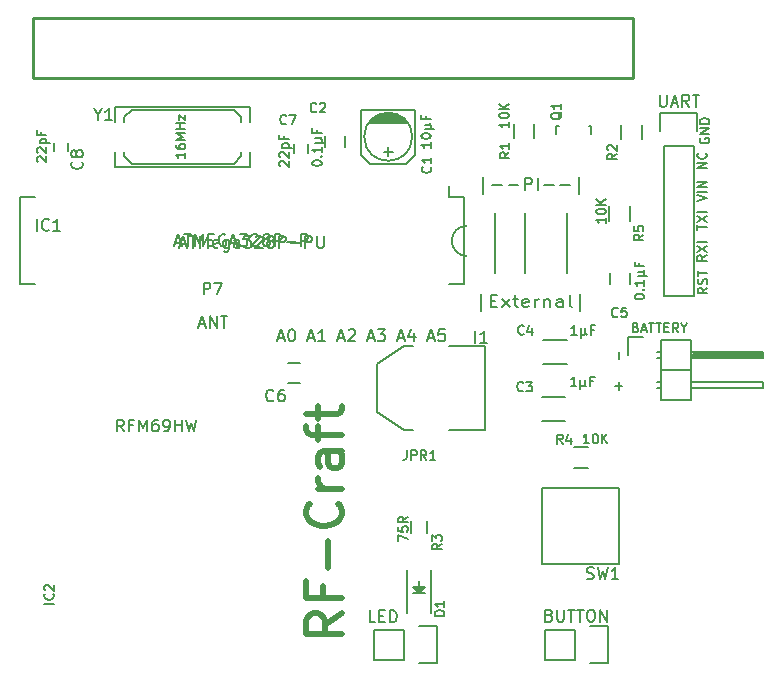
<source format=gbr>
G04 #@! TF.FileFunction,Legend,Top*
%FSLAX46Y46*%
G04 Gerber Fmt 4.6, Leading zero omitted, Abs format (unit mm)*
G04 Created by KiCad (PCBNEW 4.0.2-4+6225~38~ubuntu14.04.1-stable) date Fri 06 May 2016 01:00:32 BST*
%MOMM*%
G01*
G04 APERTURE LIST*
%ADD10C,0.100000*%
%ADD11C,0.150000*%
%ADD12C,0.200000*%
%ADD13C,0.500000*%
%ADD14C,0.254000*%
%ADD15C,0.160000*%
G04 APERTURE END LIST*
D10*
D11*
X130397619Y-81961905D02*
X129940476Y-81961905D01*
X130169047Y-81961905D02*
X130169047Y-81161905D01*
X130092857Y-81276190D01*
X130016666Y-81352381D01*
X129940476Y-81390476D01*
X130892857Y-81161905D02*
X130969048Y-81161905D01*
X131045238Y-81200000D01*
X131083333Y-81238095D01*
X131121429Y-81314286D01*
X131159524Y-81466667D01*
X131159524Y-81657143D01*
X131121429Y-81809524D01*
X131083333Y-81885714D01*
X131045238Y-81923810D01*
X130969048Y-81961905D01*
X130892857Y-81961905D01*
X130816667Y-81923810D01*
X130778571Y-81885714D01*
X130740476Y-81809524D01*
X130702381Y-81657143D01*
X130702381Y-81466667D01*
X130740476Y-81314286D01*
X130778571Y-81238095D01*
X130816667Y-81200000D01*
X130892857Y-81161905D01*
X131502381Y-81961905D02*
X131502381Y-81161905D01*
X131959524Y-81961905D02*
X131616667Y-81504762D01*
X131959524Y-81161905D02*
X131502381Y-81619048D01*
X91011905Y-80952381D02*
X90678571Y-80476190D01*
X90440476Y-80952381D02*
X90440476Y-79952381D01*
X90821429Y-79952381D01*
X90916667Y-80000000D01*
X90964286Y-80047619D01*
X91011905Y-80142857D01*
X91011905Y-80285714D01*
X90964286Y-80380952D01*
X90916667Y-80428571D01*
X90821429Y-80476190D01*
X90440476Y-80476190D01*
X91773810Y-80428571D02*
X91440476Y-80428571D01*
X91440476Y-80952381D02*
X91440476Y-79952381D01*
X91916667Y-79952381D01*
X92297619Y-80952381D02*
X92297619Y-79952381D01*
X92630953Y-80666667D01*
X92964286Y-79952381D01*
X92964286Y-80952381D01*
X93869048Y-79952381D02*
X93678571Y-79952381D01*
X93583333Y-80000000D01*
X93535714Y-80047619D01*
X93440476Y-80190476D01*
X93392857Y-80380952D01*
X93392857Y-80761905D01*
X93440476Y-80857143D01*
X93488095Y-80904762D01*
X93583333Y-80952381D01*
X93773810Y-80952381D01*
X93869048Y-80904762D01*
X93916667Y-80857143D01*
X93964286Y-80761905D01*
X93964286Y-80523810D01*
X93916667Y-80428571D01*
X93869048Y-80380952D01*
X93773810Y-80333333D01*
X93583333Y-80333333D01*
X93488095Y-80380952D01*
X93440476Y-80428571D01*
X93392857Y-80523810D01*
X94440476Y-80952381D02*
X94630952Y-80952381D01*
X94726191Y-80904762D01*
X94773810Y-80857143D01*
X94869048Y-80714286D01*
X94916667Y-80523810D01*
X94916667Y-80142857D01*
X94869048Y-80047619D01*
X94821429Y-80000000D01*
X94726191Y-79952381D01*
X94535714Y-79952381D01*
X94440476Y-80000000D01*
X94392857Y-80047619D01*
X94345238Y-80142857D01*
X94345238Y-80380952D01*
X94392857Y-80476190D01*
X94440476Y-80523810D01*
X94535714Y-80571429D01*
X94726191Y-80571429D01*
X94821429Y-80523810D01*
X94869048Y-80476190D01*
X94916667Y-80380952D01*
X95345238Y-80952381D02*
X95345238Y-79952381D01*
X95345238Y-80428571D02*
X95916667Y-80428571D01*
X95916667Y-80952381D02*
X95916667Y-79952381D01*
X96297619Y-79952381D02*
X96535714Y-80952381D01*
X96726191Y-80238095D01*
X96916667Y-80952381D01*
X97154762Y-79952381D01*
X114261905Y-90247619D02*
X114261905Y-89714286D01*
X115061905Y-90057143D01*
X114261905Y-89028571D02*
X114261905Y-89409524D01*
X114642857Y-89447619D01*
X114604762Y-89409524D01*
X114566667Y-89333333D01*
X114566667Y-89142857D01*
X114604762Y-89066667D01*
X114642857Y-89028571D01*
X114719048Y-88990476D01*
X114909524Y-88990476D01*
X114985714Y-89028571D01*
X115023810Y-89066667D01*
X115061905Y-89142857D01*
X115061905Y-89333333D01*
X115023810Y-89409524D01*
X114985714Y-89447619D01*
X115061905Y-88190476D02*
X114680952Y-88457143D01*
X115061905Y-88647619D02*
X114261905Y-88647619D01*
X114261905Y-88342857D01*
X114300000Y-88266666D01*
X114338095Y-88228571D01*
X114414286Y-88190476D01*
X114528571Y-88190476D01*
X114604762Y-88228571D01*
X114642857Y-88266666D01*
X114680952Y-88342857D01*
X114680952Y-88647619D01*
D12*
X97407143Y-71866667D02*
X97883334Y-71866667D01*
X97311905Y-72152381D02*
X97645238Y-71152381D01*
X97978572Y-72152381D01*
X98311905Y-72152381D02*
X98311905Y-71152381D01*
X98883334Y-72152381D01*
X98883334Y-71152381D01*
X99216667Y-71152381D02*
X99788096Y-71152381D01*
X99502381Y-72152381D02*
X99502381Y-71152381D01*
D11*
X129316667Y-77111905D02*
X128859524Y-77111905D01*
X129088095Y-77111905D02*
X129088095Y-76311905D01*
X129011905Y-76426190D01*
X128935714Y-76502381D01*
X128859524Y-76540476D01*
X129659524Y-76578571D02*
X129659524Y-77378571D01*
X130040477Y-76997619D02*
X130078572Y-77073810D01*
X130154762Y-77111905D01*
X129659524Y-76997619D02*
X129697619Y-77073810D01*
X129773810Y-77111905D01*
X129926191Y-77111905D01*
X130002381Y-77073810D01*
X130040477Y-76997619D01*
X130040477Y-76578571D01*
X130764286Y-76692857D02*
X130497619Y-76692857D01*
X130497619Y-77111905D02*
X130497619Y-76311905D01*
X130878572Y-76311905D01*
X129366667Y-72761905D02*
X128909524Y-72761905D01*
X129138095Y-72761905D02*
X129138095Y-71961905D01*
X129061905Y-72076190D01*
X128985714Y-72152381D01*
X128909524Y-72190476D01*
X129709524Y-72228571D02*
X129709524Y-73028571D01*
X130090477Y-72647619D02*
X130128572Y-72723810D01*
X130204762Y-72761905D01*
X129709524Y-72647619D02*
X129747619Y-72723810D01*
X129823810Y-72761905D01*
X129976191Y-72761905D01*
X130052381Y-72723810D01*
X130090477Y-72647619D01*
X130090477Y-72228571D01*
X130814286Y-72342857D02*
X130547619Y-72342857D01*
X130547619Y-72761905D02*
X130547619Y-71961905D01*
X130928572Y-71961905D01*
D12*
X121221430Y-70735714D02*
X121221430Y-69307143D01*
X122078572Y-69878571D02*
X122478572Y-69878571D01*
X122650001Y-70402381D02*
X122078572Y-70402381D01*
X122078572Y-69402381D01*
X122650001Y-69402381D01*
X123050001Y-70402381D02*
X123678572Y-69735714D01*
X123050001Y-69735714D02*
X123678572Y-70402381D01*
X123964287Y-69735714D02*
X124421430Y-69735714D01*
X124135715Y-69402381D02*
X124135715Y-70259524D01*
X124192858Y-70354762D01*
X124307144Y-70402381D01*
X124421430Y-70402381D01*
X125278572Y-70354762D02*
X125164286Y-70402381D01*
X124935715Y-70402381D01*
X124821429Y-70354762D01*
X124764286Y-70259524D01*
X124764286Y-69878571D01*
X124821429Y-69783333D01*
X124935715Y-69735714D01*
X125164286Y-69735714D01*
X125278572Y-69783333D01*
X125335715Y-69878571D01*
X125335715Y-69973810D01*
X124764286Y-70069048D01*
X125850000Y-70402381D02*
X125850000Y-69735714D01*
X125850000Y-69926190D02*
X125907143Y-69830952D01*
X125964286Y-69783333D01*
X126078572Y-69735714D01*
X126192857Y-69735714D01*
X126592857Y-69735714D02*
X126592857Y-70402381D01*
X126592857Y-69830952D02*
X126650000Y-69783333D01*
X126764286Y-69735714D01*
X126935714Y-69735714D01*
X127050000Y-69783333D01*
X127107143Y-69878571D01*
X127107143Y-70402381D01*
X128192857Y-70402381D02*
X128192857Y-69878571D01*
X128135714Y-69783333D01*
X128021428Y-69735714D01*
X127792857Y-69735714D01*
X127678571Y-69783333D01*
X128192857Y-70354762D02*
X128078571Y-70402381D01*
X127792857Y-70402381D01*
X127678571Y-70354762D01*
X127621428Y-70259524D01*
X127621428Y-70164286D01*
X127678571Y-70069048D01*
X127792857Y-70021429D01*
X128078571Y-70021429D01*
X128192857Y-69973810D01*
X128935714Y-70402381D02*
X128821428Y-70354762D01*
X128764285Y-70259524D01*
X128764285Y-69402381D01*
X129678571Y-70735714D02*
X129678571Y-69307143D01*
X121440476Y-60835714D02*
X121440476Y-59407143D01*
X122226190Y-60121429D02*
X123064285Y-60121429D01*
X123588095Y-60121429D02*
X124426190Y-60121429D01*
X124950000Y-60502381D02*
X124950000Y-59502381D01*
X125369047Y-59502381D01*
X125473809Y-59550000D01*
X125526190Y-59597619D01*
X125578571Y-59692857D01*
X125578571Y-59835714D01*
X125526190Y-59930952D01*
X125473809Y-59978571D01*
X125369047Y-60026190D01*
X124950000Y-60026190D01*
X126050000Y-60502381D02*
X126050000Y-59502381D01*
X126573810Y-60121429D02*
X127411905Y-60121429D01*
X127935715Y-60121429D02*
X128773810Y-60121429D01*
X129559525Y-60835714D02*
X129559525Y-59407143D01*
D11*
X139800000Y-56109523D02*
X139761905Y-56185714D01*
X139761905Y-56299999D01*
X139800000Y-56414285D01*
X139876190Y-56490476D01*
X139952381Y-56528571D01*
X140104762Y-56566666D01*
X140219048Y-56566666D01*
X140371429Y-56528571D01*
X140447619Y-56490476D01*
X140523810Y-56414285D01*
X140561905Y-56299999D01*
X140561905Y-56223809D01*
X140523810Y-56109523D01*
X140485714Y-56071428D01*
X140219048Y-56071428D01*
X140219048Y-56223809D01*
X140561905Y-55728571D02*
X139761905Y-55728571D01*
X140561905Y-55271428D01*
X139761905Y-55271428D01*
X140561905Y-54890476D02*
X139761905Y-54890476D01*
X139761905Y-54700000D01*
X139800000Y-54585714D01*
X139876190Y-54509523D01*
X139952381Y-54471428D01*
X140104762Y-54433333D01*
X140219048Y-54433333D01*
X140371429Y-54471428D01*
X140447619Y-54509523D01*
X140523810Y-54585714D01*
X140561905Y-54700000D01*
X140561905Y-54890476D01*
X140361905Y-58678571D02*
X139561905Y-58678571D01*
X140361905Y-58221428D01*
X139561905Y-58221428D01*
X140285714Y-57383333D02*
X140323810Y-57421428D01*
X140361905Y-57535714D01*
X140361905Y-57611904D01*
X140323810Y-57726190D01*
X140247619Y-57802381D01*
X140171429Y-57840476D01*
X140019048Y-57878571D01*
X139904762Y-57878571D01*
X139752381Y-57840476D01*
X139676190Y-57802381D01*
X139600000Y-57726190D01*
X139561905Y-57611904D01*
X139561905Y-57535714D01*
X139600000Y-57421428D01*
X139638095Y-57383333D01*
X139561905Y-61476190D02*
X140361905Y-61209523D01*
X139561905Y-60942856D01*
X140361905Y-60676190D02*
X139561905Y-60676190D01*
X140361905Y-60295238D02*
X139561905Y-60295238D01*
X140361905Y-59838095D01*
X139561905Y-59838095D01*
X139561905Y-63900000D02*
X139561905Y-63442857D01*
X140361905Y-63671428D02*
X139561905Y-63671428D01*
X139561905Y-63252380D02*
X140361905Y-62719047D01*
X139561905Y-62719047D02*
X140361905Y-63252380D01*
X140361905Y-62414285D02*
X139561905Y-62414285D01*
X140361905Y-66023809D02*
X139980952Y-66290476D01*
X140361905Y-66480952D02*
X139561905Y-66480952D01*
X139561905Y-66176190D01*
X139600000Y-66099999D01*
X139638095Y-66061904D01*
X139714286Y-66023809D01*
X139828571Y-66023809D01*
X139904762Y-66061904D01*
X139942857Y-66099999D01*
X139980952Y-66176190D01*
X139980952Y-66480952D01*
X139561905Y-65757142D02*
X140361905Y-65223809D01*
X139561905Y-65223809D02*
X140361905Y-65757142D01*
X140361905Y-64919047D02*
X139561905Y-64919047D01*
X140411905Y-68788095D02*
X140030952Y-69054762D01*
X140411905Y-69245238D02*
X139611905Y-69245238D01*
X139611905Y-68940476D01*
X139650000Y-68864285D01*
X139688095Y-68826190D01*
X139764286Y-68788095D01*
X139878571Y-68788095D01*
X139954762Y-68826190D01*
X139992857Y-68864285D01*
X140030952Y-68940476D01*
X140030952Y-69245238D01*
X140373810Y-68483333D02*
X140411905Y-68369047D01*
X140411905Y-68178571D01*
X140373810Y-68102381D01*
X140335714Y-68064285D01*
X140259524Y-68026190D01*
X140183333Y-68026190D01*
X140107143Y-68064285D01*
X140069048Y-68102381D01*
X140030952Y-68178571D01*
X139992857Y-68330952D01*
X139954762Y-68407143D01*
X139916667Y-68445238D01*
X139840476Y-68483333D01*
X139764286Y-68483333D01*
X139688095Y-68445238D01*
X139650000Y-68407143D01*
X139611905Y-68330952D01*
X139611905Y-68140476D01*
X139650000Y-68026190D01*
X139611905Y-67797619D02*
X139611905Y-67340476D01*
X140411905Y-67569047D02*
X139611905Y-67569047D01*
X132907143Y-74804762D02*
X132907143Y-74195238D01*
X132907143Y-77404762D02*
X132907143Y-76795238D01*
X133211905Y-77100000D02*
X132602381Y-77100000D01*
X134261905Y-69571428D02*
X134261905Y-69495237D01*
X134300000Y-69419047D01*
X134338095Y-69380952D01*
X134414286Y-69342856D01*
X134566667Y-69304761D01*
X134757143Y-69304761D01*
X134909524Y-69342856D01*
X134985714Y-69380952D01*
X135023810Y-69419047D01*
X135061905Y-69495237D01*
X135061905Y-69571428D01*
X135023810Y-69647618D01*
X134985714Y-69685714D01*
X134909524Y-69723809D01*
X134757143Y-69761904D01*
X134566667Y-69761904D01*
X134414286Y-69723809D01*
X134338095Y-69685714D01*
X134300000Y-69647618D01*
X134261905Y-69571428D01*
X134985714Y-68961904D02*
X135023810Y-68923809D01*
X135061905Y-68961904D01*
X135023810Y-68999999D01*
X134985714Y-68961904D01*
X135061905Y-68961904D01*
X135061905Y-68161904D02*
X135061905Y-68619047D01*
X135061905Y-68390476D02*
X134261905Y-68390476D01*
X134376190Y-68466666D01*
X134452381Y-68542857D01*
X134490476Y-68619047D01*
X134528571Y-67819047D02*
X135328571Y-67819047D01*
X134947619Y-67438094D02*
X135023810Y-67399999D01*
X135061905Y-67323809D01*
X134947619Y-67819047D02*
X135023810Y-67780952D01*
X135061905Y-67704761D01*
X135061905Y-67552380D01*
X135023810Y-67476190D01*
X134947619Y-67438094D01*
X134528571Y-67438094D01*
X134642857Y-66714285D02*
X134642857Y-66980952D01*
X135061905Y-66980952D02*
X134261905Y-66980952D01*
X134261905Y-66599999D01*
X131811905Y-62852381D02*
X131811905Y-63309524D01*
X131811905Y-63080953D02*
X131011905Y-63080953D01*
X131126190Y-63157143D01*
X131202381Y-63233334D01*
X131240476Y-63309524D01*
X131011905Y-62357143D02*
X131011905Y-62280952D01*
X131050000Y-62204762D01*
X131088095Y-62166667D01*
X131164286Y-62128571D01*
X131316667Y-62090476D01*
X131507143Y-62090476D01*
X131659524Y-62128571D01*
X131735714Y-62166667D01*
X131773810Y-62204762D01*
X131811905Y-62280952D01*
X131811905Y-62357143D01*
X131773810Y-62433333D01*
X131735714Y-62471429D01*
X131659524Y-62509524D01*
X131507143Y-62547619D01*
X131316667Y-62547619D01*
X131164286Y-62509524D01*
X131088095Y-62471429D01*
X131050000Y-62433333D01*
X131011905Y-62357143D01*
X131811905Y-61747619D02*
X131011905Y-61747619D01*
X131811905Y-61290476D02*
X131354762Y-61633333D01*
X131011905Y-61290476D02*
X131469048Y-61747619D01*
X123611905Y-54752381D02*
X123611905Y-55209524D01*
X123611905Y-54980953D02*
X122811905Y-54980953D01*
X122926190Y-55057143D01*
X123002381Y-55133334D01*
X123040476Y-55209524D01*
X122811905Y-54257143D02*
X122811905Y-54180952D01*
X122850000Y-54104762D01*
X122888095Y-54066667D01*
X122964286Y-54028571D01*
X123116667Y-53990476D01*
X123307143Y-53990476D01*
X123459524Y-54028571D01*
X123535714Y-54066667D01*
X123573810Y-54104762D01*
X123611905Y-54180952D01*
X123611905Y-54257143D01*
X123573810Y-54333333D01*
X123535714Y-54371429D01*
X123459524Y-54409524D01*
X123307143Y-54447619D01*
X123116667Y-54447619D01*
X122964286Y-54409524D01*
X122888095Y-54371429D01*
X122850000Y-54333333D01*
X122811905Y-54257143D01*
X123611905Y-53647619D02*
X122811905Y-53647619D01*
X123611905Y-53190476D02*
X123154762Y-53533333D01*
X122811905Y-53190476D02*
X123269048Y-53647619D01*
X117011905Y-56464285D02*
X117011905Y-56921428D01*
X117011905Y-56692857D02*
X116211905Y-56692857D01*
X116326190Y-56769047D01*
X116402381Y-56845238D01*
X116440476Y-56921428D01*
X116211905Y-55969047D02*
X116211905Y-55892856D01*
X116250000Y-55816666D01*
X116288095Y-55778571D01*
X116364286Y-55740475D01*
X116516667Y-55702380D01*
X116707143Y-55702380D01*
X116859524Y-55740475D01*
X116935714Y-55778571D01*
X116973810Y-55816666D01*
X117011905Y-55892856D01*
X117011905Y-55969047D01*
X116973810Y-56045237D01*
X116935714Y-56083333D01*
X116859524Y-56121428D01*
X116707143Y-56159523D01*
X116516667Y-56159523D01*
X116364286Y-56121428D01*
X116288095Y-56083333D01*
X116250000Y-56045237D01*
X116211905Y-55969047D01*
X116478571Y-55359523D02*
X117278571Y-55359523D01*
X116897619Y-54978570D02*
X116973810Y-54940475D01*
X117011905Y-54864285D01*
X116897619Y-55359523D02*
X116973810Y-55321428D01*
X117011905Y-55245237D01*
X117011905Y-55092856D01*
X116973810Y-55016666D01*
X116897619Y-54978570D01*
X116478571Y-54978570D01*
X116592857Y-54254761D02*
X116592857Y-54521428D01*
X117011905Y-54521428D02*
X116211905Y-54521428D01*
X116211905Y-54140475D01*
X106961905Y-58271428D02*
X106961905Y-58195237D01*
X107000000Y-58119047D01*
X107038095Y-58080952D01*
X107114286Y-58042856D01*
X107266667Y-58004761D01*
X107457143Y-58004761D01*
X107609524Y-58042856D01*
X107685714Y-58080952D01*
X107723810Y-58119047D01*
X107761905Y-58195237D01*
X107761905Y-58271428D01*
X107723810Y-58347618D01*
X107685714Y-58385714D01*
X107609524Y-58423809D01*
X107457143Y-58461904D01*
X107266667Y-58461904D01*
X107114286Y-58423809D01*
X107038095Y-58385714D01*
X107000000Y-58347618D01*
X106961905Y-58271428D01*
X107685714Y-57661904D02*
X107723810Y-57623809D01*
X107761905Y-57661904D01*
X107723810Y-57699999D01*
X107685714Y-57661904D01*
X107761905Y-57661904D01*
X107761905Y-56861904D02*
X107761905Y-57319047D01*
X107761905Y-57090476D02*
X106961905Y-57090476D01*
X107076190Y-57166666D01*
X107152381Y-57242857D01*
X107190476Y-57319047D01*
X107228571Y-56519047D02*
X108028571Y-56519047D01*
X107647619Y-56138094D02*
X107723810Y-56099999D01*
X107761905Y-56023809D01*
X107647619Y-56519047D02*
X107723810Y-56480952D01*
X107761905Y-56404761D01*
X107761905Y-56252380D01*
X107723810Y-56176190D01*
X107647619Y-56138094D01*
X107228571Y-56138094D01*
X107342857Y-55414285D02*
X107342857Y-55680952D01*
X107761905Y-55680952D02*
X106961905Y-55680952D01*
X106961905Y-55299999D01*
X104238095Y-58514286D02*
X104200000Y-58476191D01*
X104161905Y-58400000D01*
X104161905Y-58209524D01*
X104200000Y-58133334D01*
X104238095Y-58095238D01*
X104314286Y-58057143D01*
X104390476Y-58057143D01*
X104504762Y-58095238D01*
X104961905Y-58552381D01*
X104961905Y-58057143D01*
X104238095Y-57752381D02*
X104200000Y-57714286D01*
X104161905Y-57638095D01*
X104161905Y-57447619D01*
X104200000Y-57371429D01*
X104238095Y-57333333D01*
X104314286Y-57295238D01*
X104390476Y-57295238D01*
X104504762Y-57333333D01*
X104961905Y-57790476D01*
X104961905Y-57295238D01*
X104428571Y-56952381D02*
X105228571Y-56952381D01*
X104466667Y-56952381D02*
X104428571Y-56876190D01*
X104428571Y-56723809D01*
X104466667Y-56647619D01*
X104504762Y-56609524D01*
X104580952Y-56571428D01*
X104809524Y-56571428D01*
X104885714Y-56609524D01*
X104923810Y-56647619D01*
X104961905Y-56723809D01*
X104961905Y-56876190D01*
X104923810Y-56952381D01*
X104542857Y-55961904D02*
X104542857Y-56228571D01*
X104961905Y-56228571D02*
X104161905Y-56228571D01*
X104161905Y-55847618D01*
X83738095Y-58114286D02*
X83700000Y-58076191D01*
X83661905Y-58000000D01*
X83661905Y-57809524D01*
X83700000Y-57733334D01*
X83738095Y-57695238D01*
X83814286Y-57657143D01*
X83890476Y-57657143D01*
X84004762Y-57695238D01*
X84461905Y-58152381D01*
X84461905Y-57657143D01*
X83738095Y-57352381D02*
X83700000Y-57314286D01*
X83661905Y-57238095D01*
X83661905Y-57047619D01*
X83700000Y-56971429D01*
X83738095Y-56933333D01*
X83814286Y-56895238D01*
X83890476Y-56895238D01*
X84004762Y-56933333D01*
X84461905Y-57390476D01*
X84461905Y-56895238D01*
X83928571Y-56552381D02*
X84728571Y-56552381D01*
X83966667Y-56552381D02*
X83928571Y-56476190D01*
X83928571Y-56323809D01*
X83966667Y-56247619D01*
X84004762Y-56209524D01*
X84080952Y-56171428D01*
X84309524Y-56171428D01*
X84385714Y-56209524D01*
X84423810Y-56247619D01*
X84461905Y-56323809D01*
X84461905Y-56476190D01*
X84423810Y-56552381D01*
X84042857Y-55561904D02*
X84042857Y-55828571D01*
X84461905Y-55828571D02*
X83661905Y-55828571D01*
X83661905Y-55447618D01*
X96211905Y-57352381D02*
X96211905Y-57809524D01*
X96211905Y-57580953D02*
X95411905Y-57580953D01*
X95526190Y-57657143D01*
X95602381Y-57733334D01*
X95640476Y-57809524D01*
X95411905Y-56666667D02*
X95411905Y-56819048D01*
X95450000Y-56895238D01*
X95488095Y-56933333D01*
X95602381Y-57009524D01*
X95754762Y-57047619D01*
X96059524Y-57047619D01*
X96135714Y-57009524D01*
X96173810Y-56971429D01*
X96211905Y-56895238D01*
X96211905Y-56742857D01*
X96173810Y-56666667D01*
X96135714Y-56628571D01*
X96059524Y-56590476D01*
X95869048Y-56590476D01*
X95792857Y-56628571D01*
X95754762Y-56666667D01*
X95716667Y-56742857D01*
X95716667Y-56895238D01*
X95754762Y-56971429D01*
X95792857Y-57009524D01*
X95869048Y-57047619D01*
X96211905Y-56247619D02*
X95411905Y-56247619D01*
X95983333Y-55980952D01*
X95411905Y-55714285D01*
X96211905Y-55714285D01*
X96211905Y-55333333D02*
X95411905Y-55333333D01*
X95792857Y-55333333D02*
X95792857Y-54876190D01*
X96211905Y-54876190D02*
X95411905Y-54876190D01*
X95678571Y-54571428D02*
X95678571Y-54152381D01*
X96211905Y-54571428D01*
X96211905Y-54152381D01*
X95804762Y-65116667D02*
X96280953Y-65116667D01*
X95709524Y-65402381D02*
X96042857Y-64402381D01*
X96376191Y-65402381D01*
X96566667Y-64402381D02*
X97138096Y-64402381D01*
X96852381Y-65402381D02*
X96852381Y-64402381D01*
X97471429Y-65402381D02*
X97471429Y-64402381D01*
X97804763Y-65116667D01*
X98138096Y-64402381D01*
X98138096Y-65402381D01*
X98995239Y-65354762D02*
X98900001Y-65402381D01*
X98709524Y-65402381D01*
X98614286Y-65354762D01*
X98566667Y-65259524D01*
X98566667Y-64878571D01*
X98614286Y-64783333D01*
X98709524Y-64735714D01*
X98900001Y-64735714D01*
X98995239Y-64783333D01*
X99042858Y-64878571D01*
X99042858Y-64973810D01*
X98566667Y-65069048D01*
X99900001Y-64735714D02*
X99900001Y-65545238D01*
X99852382Y-65640476D01*
X99804763Y-65688095D01*
X99709524Y-65735714D01*
X99566667Y-65735714D01*
X99471429Y-65688095D01*
X99900001Y-65354762D02*
X99804763Y-65402381D01*
X99614286Y-65402381D01*
X99519048Y-65354762D01*
X99471429Y-65307143D01*
X99423810Y-65211905D01*
X99423810Y-64926190D01*
X99471429Y-64830952D01*
X99519048Y-64783333D01*
X99614286Y-64735714D01*
X99804763Y-64735714D01*
X99900001Y-64783333D01*
X100804763Y-65402381D02*
X100804763Y-64878571D01*
X100757144Y-64783333D01*
X100661906Y-64735714D01*
X100471429Y-64735714D01*
X100376191Y-64783333D01*
X100804763Y-65354762D02*
X100709525Y-65402381D01*
X100471429Y-65402381D01*
X100376191Y-65354762D01*
X100328572Y-65259524D01*
X100328572Y-65164286D01*
X100376191Y-65069048D01*
X100471429Y-65021429D01*
X100709525Y-65021429D01*
X100804763Y-64973810D01*
X101185715Y-64402381D02*
X101804763Y-64402381D01*
X101471429Y-64783333D01*
X101614287Y-64783333D01*
X101709525Y-64830952D01*
X101757144Y-64878571D01*
X101804763Y-64973810D01*
X101804763Y-65211905D01*
X101757144Y-65307143D01*
X101709525Y-65354762D01*
X101614287Y-65402381D01*
X101328572Y-65402381D01*
X101233334Y-65354762D01*
X101185715Y-65307143D01*
X102185715Y-64497619D02*
X102233334Y-64450000D01*
X102328572Y-64402381D01*
X102566668Y-64402381D01*
X102661906Y-64450000D01*
X102709525Y-64497619D01*
X102757144Y-64592857D01*
X102757144Y-64688095D01*
X102709525Y-64830952D01*
X102138096Y-65402381D01*
X102757144Y-65402381D01*
X103328572Y-64830952D02*
X103233334Y-64783333D01*
X103185715Y-64735714D01*
X103138096Y-64640476D01*
X103138096Y-64592857D01*
X103185715Y-64497619D01*
X103233334Y-64450000D01*
X103328572Y-64402381D01*
X103519049Y-64402381D01*
X103614287Y-64450000D01*
X103661906Y-64497619D01*
X103709525Y-64592857D01*
X103709525Y-64640476D01*
X103661906Y-64735714D01*
X103614287Y-64783333D01*
X103519049Y-64830952D01*
X103328572Y-64830952D01*
X103233334Y-64878571D01*
X103185715Y-64926190D01*
X103138096Y-65021429D01*
X103138096Y-65211905D01*
X103185715Y-65307143D01*
X103233334Y-65354762D01*
X103328572Y-65402381D01*
X103519049Y-65402381D01*
X103614287Y-65354762D01*
X103661906Y-65307143D01*
X103709525Y-65211905D01*
X103709525Y-65021429D01*
X103661906Y-64926190D01*
X103614287Y-64878571D01*
X103519049Y-64830952D01*
X104138096Y-65402381D02*
X104138096Y-64402381D01*
X104519049Y-64402381D01*
X104614287Y-64450000D01*
X104661906Y-64497619D01*
X104709525Y-64592857D01*
X104709525Y-64735714D01*
X104661906Y-64830952D01*
X104614287Y-64878571D01*
X104519049Y-64926190D01*
X104138096Y-64926190D01*
X105138096Y-65021429D02*
X105900001Y-65021429D01*
X106376191Y-65402381D02*
X106376191Y-64402381D01*
X106757144Y-64402381D01*
X106852382Y-64450000D01*
X106900001Y-64497619D01*
X106947620Y-64592857D01*
X106947620Y-64735714D01*
X106900001Y-64830952D01*
X106852382Y-64878571D01*
X106757144Y-64926190D01*
X106376191Y-64926190D01*
X107376191Y-64402381D02*
X107376191Y-65211905D01*
X107423810Y-65307143D01*
X107471429Y-65354762D01*
X107566667Y-65402381D01*
X107757144Y-65402381D01*
X107852382Y-65354762D01*
X107900001Y-65307143D01*
X107947620Y-65211905D01*
X107947620Y-64402381D01*
D13*
X109457143Y-96364287D02*
X108028571Y-97364287D01*
X109457143Y-98078572D02*
X106457143Y-98078572D01*
X106457143Y-96935715D01*
X106600000Y-96650001D01*
X106742857Y-96507144D01*
X107028571Y-96364287D01*
X107457143Y-96364287D01*
X107742857Y-96507144D01*
X107885714Y-96650001D01*
X108028571Y-96935715D01*
X108028571Y-98078572D01*
X107885714Y-94078572D02*
X107885714Y-95078572D01*
X109457143Y-95078572D02*
X106457143Y-95078572D01*
X106457143Y-93650001D01*
X108314286Y-92507143D02*
X108314286Y-90221429D01*
X109171429Y-87078572D02*
X109314286Y-87221429D01*
X109457143Y-87650000D01*
X109457143Y-87935714D01*
X109314286Y-88364286D01*
X109028571Y-88650000D01*
X108742857Y-88792857D01*
X108171429Y-88935714D01*
X107742857Y-88935714D01*
X107171429Y-88792857D01*
X106885714Y-88650000D01*
X106600000Y-88364286D01*
X106457143Y-87935714D01*
X106457143Y-87650000D01*
X106600000Y-87221429D01*
X106742857Y-87078572D01*
X109457143Y-85792857D02*
X107457143Y-85792857D01*
X108028571Y-85792857D02*
X107742857Y-85650000D01*
X107600000Y-85507143D01*
X107457143Y-85221429D01*
X107457143Y-84935714D01*
X109457143Y-82650000D02*
X107885714Y-82650000D01*
X107600000Y-82792857D01*
X107457143Y-83078571D01*
X107457143Y-83650000D01*
X107600000Y-83935714D01*
X109314286Y-82650000D02*
X109457143Y-82935714D01*
X109457143Y-83650000D01*
X109314286Y-83935714D01*
X109028571Y-84078571D01*
X108742857Y-84078571D01*
X108457143Y-83935714D01*
X108314286Y-83650000D01*
X108314286Y-82935714D01*
X108171429Y-82650000D01*
X107457143Y-81650000D02*
X107457143Y-80507143D01*
X109457143Y-81221428D02*
X106885714Y-81221428D01*
X106600000Y-81078571D01*
X106457143Y-80792857D01*
X106457143Y-80507143D01*
X107457143Y-79935714D02*
X107457143Y-78792857D01*
X106457143Y-79507142D02*
X109028571Y-79507142D01*
X109314286Y-79364285D01*
X109457143Y-79078571D01*
X109457143Y-78792857D01*
D11*
X132900000Y-85700000D02*
X132900000Y-92200000D01*
X132900000Y-92200000D02*
X126400000Y-92200000D01*
X126400000Y-92200000D02*
X126400000Y-85700000D01*
X126400000Y-85700000D02*
X132900000Y-85700000D01*
X122460000Y-67500000D02*
X122460000Y-64960000D01*
X122460000Y-64960000D02*
X122460000Y-62420000D01*
X125000000Y-67500000D02*
X125000000Y-64960000D01*
X125000000Y-64960000D02*
X125000000Y-62420000D01*
X133700000Y-72950000D02*
X133700000Y-74500000D01*
X135000000Y-72950000D02*
X133700000Y-72950000D01*
X139191000Y-74373000D02*
X145033000Y-74373000D01*
X145033000Y-74373000D02*
X145033000Y-74627000D01*
X145033000Y-74627000D02*
X139191000Y-74627000D01*
X139191000Y-74627000D02*
X139191000Y-74500000D01*
X139191000Y-74500000D02*
X145033000Y-74500000D01*
X136524000Y-74246000D02*
X136143000Y-74246000D01*
X136524000Y-74754000D02*
X136143000Y-74754000D01*
X136524000Y-76786000D02*
X136143000Y-76786000D01*
X136524000Y-77294000D02*
X136143000Y-77294000D01*
X136524000Y-73230000D02*
X139064000Y-73230000D01*
X136524000Y-75770000D02*
X139064000Y-75770000D01*
X136524000Y-75770000D02*
X136524000Y-78310000D01*
X136524000Y-78310000D02*
X139064000Y-78310000D01*
X139064000Y-76786000D02*
X145160000Y-76786000D01*
X145160000Y-76786000D02*
X145160000Y-77294000D01*
X145160000Y-77294000D02*
X139064000Y-77294000D01*
X139064000Y-78310000D02*
X139064000Y-75770000D01*
X139064000Y-75770000D02*
X139064000Y-73230000D01*
X145160000Y-74754000D02*
X139064000Y-74754000D01*
X145160000Y-74246000D02*
X145160000Y-74754000D01*
X139064000Y-74246000D02*
X145160000Y-74246000D01*
X136524000Y-75770000D02*
X139064000Y-75770000D01*
X136524000Y-73230000D02*
X136524000Y-75770000D01*
X139270000Y-56770000D02*
X139270000Y-69470000D01*
X139270000Y-69470000D02*
X136730000Y-69470000D01*
X136730000Y-69470000D02*
X136730000Y-56770000D01*
X139550000Y-53950000D02*
X139550000Y-55500000D01*
X139270000Y-56770000D02*
X136730000Y-56770000D01*
X136450000Y-55500000D02*
X136450000Y-53950000D01*
X136450000Y-53950000D02*
X139550000Y-53950000D01*
X128500000Y-67500000D02*
X128500000Y-64960000D01*
X128500000Y-64960000D02*
X128500000Y-62420000D01*
X118770000Y-64810000D02*
G75*
G03X120040000Y-66080000I1270000J0D01*
G01*
X120040000Y-63540000D02*
G75*
G03X118770000Y-64810000I0J-1270000D01*
G01*
X119795000Y-61135000D02*
X118525000Y-61135000D01*
X119795000Y-68485000D02*
X118525000Y-68485000D01*
X82185000Y-68485000D02*
X83455000Y-68485000D01*
X82185000Y-61135000D02*
X83455000Y-61135000D01*
X119795000Y-61135000D02*
X119795000Y-68485000D01*
X82185000Y-61135000D02*
X82185000Y-68485000D01*
X118525000Y-61135000D02*
X118525000Y-60200000D01*
D14*
X134100000Y-45910000D02*
X134100000Y-50990000D01*
X134100000Y-50990000D02*
X83300000Y-50990000D01*
X83300000Y-50990000D02*
X83300000Y-45910000D01*
X83300000Y-45910000D02*
X134100000Y-45910000D01*
D11*
X113400000Y-57651000D02*
X113400000Y-56889000D01*
X113781000Y-57270000D02*
X113019000Y-57270000D01*
X111114000Y-57524000D02*
X111114000Y-53714000D01*
X114924000Y-58286000D02*
X111876000Y-58286000D01*
X111114000Y-57524000D02*
X111876000Y-58286000D01*
X115686000Y-57524000D02*
X115686000Y-53714000D01*
X115686000Y-57524000D02*
X114924000Y-58286000D01*
X113273000Y-53968000D02*
X113527000Y-53968000D01*
X114035000Y-54095000D02*
X112765000Y-54095000D01*
X112511000Y-54222000D02*
X114289000Y-54222000D01*
X112257000Y-54349000D02*
X114543000Y-54349000D01*
X114670000Y-54476000D02*
X112130000Y-54476000D01*
X112003000Y-54603000D02*
X114797000Y-54603000D01*
X114924000Y-54730000D02*
X111876000Y-54730000D01*
X115051000Y-54857000D02*
X111749000Y-54857000D01*
X115686000Y-53714000D02*
X111114000Y-53714000D01*
X115432000Y-56000000D02*
G75*
G03X115432000Y-56000000I-2032000J0D01*
G01*
X108050000Y-55900000D02*
X108050000Y-56900000D01*
X109750000Y-56900000D02*
X109750000Y-55900000D01*
X128400000Y-78025000D02*
X126400000Y-78025000D01*
X126400000Y-80075000D02*
X128400000Y-80075000D01*
X128500000Y-73175000D02*
X126500000Y-73175000D01*
X126500000Y-75225000D02*
X128500000Y-75225000D01*
X132150000Y-67500000D02*
X132150000Y-68500000D01*
X133850000Y-68500000D02*
X133850000Y-67500000D01*
X105900000Y-75150000D02*
X104900000Y-75150000D01*
X104900000Y-76850000D02*
X105900000Y-76850000D01*
X105400000Y-57350000D02*
X105400000Y-56650000D01*
X106600000Y-56650000D02*
X106600000Y-57350000D01*
X85100000Y-57250000D02*
X85100000Y-56550000D01*
X86300000Y-56550000D02*
X86300000Y-57250000D01*
X117050000Y-96300000D02*
X117050000Y-92700000D01*
X114950000Y-96300000D02*
X114950000Y-92700000D01*
X115700000Y-94250000D02*
X116300000Y-94250000D01*
X116300000Y-94250000D02*
X116000000Y-94550000D01*
X116000000Y-94550000D02*
X115800000Y-94350000D01*
X115800000Y-94350000D02*
X116050000Y-94350000D01*
X116050000Y-94350000D02*
X116000000Y-94400000D01*
X115500000Y-94650000D02*
X116500000Y-94650000D01*
X116000000Y-94150000D02*
X116000000Y-93650000D01*
X116000000Y-94650000D02*
X115500000Y-94150000D01*
X115500000Y-94150000D02*
X116500000Y-94150000D01*
X116500000Y-94150000D02*
X116000000Y-94650000D01*
X118574000Y-80806000D02*
X121622000Y-80806000D01*
X121622000Y-80806000D02*
X121622000Y-73694000D01*
X121622000Y-73694000D02*
X118574000Y-73694000D01*
X115526000Y-80806000D02*
X114764000Y-80806000D01*
X114764000Y-80806000D02*
X112478000Y-79282000D01*
X112478000Y-79282000D02*
X112478000Y-75218000D01*
X112478000Y-75218000D02*
X114764000Y-73694000D01*
X114764000Y-73694000D02*
X115526000Y-73694000D01*
X114730000Y-100270000D02*
X112190000Y-100270000D01*
X117550000Y-100550000D02*
X116000000Y-100550000D01*
X114730000Y-100270000D02*
X114730000Y-97730000D01*
X116000000Y-97450000D02*
X117550000Y-97450000D01*
X117550000Y-97450000D02*
X117550000Y-100550000D01*
X114730000Y-97730000D02*
X112190000Y-97730000D01*
X112190000Y-97730000D02*
X112190000Y-100270000D01*
X129230000Y-100270000D02*
X126690000Y-100270000D01*
X132050000Y-100550000D02*
X130500000Y-100550000D01*
X129230000Y-100270000D02*
X129230000Y-97730000D01*
X130500000Y-97450000D02*
X132050000Y-97450000D01*
X132050000Y-97450000D02*
X132050000Y-100550000D01*
X129230000Y-97730000D02*
X126690000Y-97730000D01*
X126690000Y-97730000D02*
X126690000Y-100270000D01*
X127600180Y-55750800D02*
X127600180Y-55049760D01*
X127600180Y-55049760D02*
X127849100Y-55049760D01*
X130399160Y-55049760D02*
X130599820Y-55049760D01*
X130599820Y-55049760D02*
X130599820Y-55750800D01*
X125775000Y-54900000D02*
X125775000Y-56100000D01*
X124025000Y-56100000D02*
X124025000Y-54900000D01*
X134875000Y-55000000D02*
X134875000Y-56200000D01*
X133125000Y-56200000D02*
X133125000Y-55000000D01*
X115325000Y-89550000D02*
X115325000Y-88550000D01*
X116675000Y-88550000D02*
X116675000Y-89550000D01*
X129100000Y-82275000D02*
X130300000Y-82275000D01*
X130300000Y-84025000D02*
X129100000Y-84025000D01*
X133875000Y-61900000D02*
X133875000Y-63100000D01*
X132125000Y-63100000D02*
X132125000Y-61900000D01*
X91047000Y-54349000D02*
X91047000Y-54730000D01*
X91047000Y-57651000D02*
X91047000Y-57270000D01*
X100953000Y-57651000D02*
X100953000Y-57270000D01*
X100953000Y-54349000D02*
X100953000Y-54730000D01*
X101715000Y-53460000D02*
X101715000Y-54730000D01*
X101715000Y-58540000D02*
X101715000Y-57270000D01*
X90285000Y-58540000D02*
X90285000Y-57270000D01*
X90285000Y-53460000D02*
X90285000Y-54730000D01*
X91047000Y-57651000D02*
X91682000Y-58286000D01*
X91682000Y-58286000D02*
X100318000Y-58286000D01*
X100318000Y-58286000D02*
X100953000Y-57651000D01*
X100953000Y-54349000D02*
X100318000Y-53714000D01*
X100318000Y-53714000D02*
X91682000Y-53714000D01*
X91682000Y-53714000D02*
X91047000Y-54349000D01*
X101715000Y-58540000D02*
X90285000Y-58540000D01*
X90285000Y-53460000D02*
X101715000Y-53460000D01*
X130216667Y-93404762D02*
X130359524Y-93452381D01*
X130597620Y-93452381D01*
X130692858Y-93404762D01*
X130740477Y-93357143D01*
X130788096Y-93261905D01*
X130788096Y-93166667D01*
X130740477Y-93071429D01*
X130692858Y-93023810D01*
X130597620Y-92976190D01*
X130407143Y-92928571D01*
X130311905Y-92880952D01*
X130264286Y-92833333D01*
X130216667Y-92738095D01*
X130216667Y-92642857D01*
X130264286Y-92547619D01*
X130311905Y-92500000D01*
X130407143Y-92452381D01*
X130645239Y-92452381D01*
X130788096Y-92500000D01*
X131121429Y-92452381D02*
X131359524Y-93452381D01*
X131550001Y-92738095D01*
X131740477Y-93452381D01*
X131978572Y-92452381D01*
X132883334Y-93452381D02*
X132311905Y-93452381D01*
X132597619Y-93452381D02*
X132597619Y-92452381D01*
X132502381Y-92595238D01*
X132407143Y-92690476D01*
X132311905Y-92738095D01*
X114983334Y-82561905D02*
X114983334Y-83133333D01*
X114945238Y-83247619D01*
X114869048Y-83323810D01*
X114754762Y-83361905D01*
X114678572Y-83361905D01*
X115364286Y-83361905D02*
X115364286Y-82561905D01*
X115669048Y-82561905D01*
X115745239Y-82600000D01*
X115783334Y-82638095D01*
X115821429Y-82714286D01*
X115821429Y-82828571D01*
X115783334Y-82904762D01*
X115745239Y-82942857D01*
X115669048Y-82980952D01*
X115364286Y-82980952D01*
X116621429Y-83361905D02*
X116354762Y-82980952D01*
X116164286Y-83361905D02*
X116164286Y-82561905D01*
X116469048Y-82561905D01*
X116545239Y-82600000D01*
X116583334Y-82638095D01*
X116621429Y-82714286D01*
X116621429Y-82828571D01*
X116583334Y-82904762D01*
X116545239Y-82942857D01*
X116469048Y-82980952D01*
X116164286Y-82980952D01*
X117383334Y-83361905D02*
X116926191Y-83361905D01*
X117154762Y-83361905D02*
X117154762Y-82561905D01*
X117078572Y-82676190D01*
X117002381Y-82752381D01*
X116926191Y-82790476D01*
X134350000Y-72142857D02*
X134464286Y-72180952D01*
X134502381Y-72219048D01*
X134540476Y-72295238D01*
X134540476Y-72409524D01*
X134502381Y-72485714D01*
X134464286Y-72523810D01*
X134388095Y-72561905D01*
X134083333Y-72561905D01*
X134083333Y-71761905D01*
X134350000Y-71761905D01*
X134426190Y-71800000D01*
X134464286Y-71838095D01*
X134502381Y-71914286D01*
X134502381Y-71990476D01*
X134464286Y-72066667D01*
X134426190Y-72104762D01*
X134350000Y-72142857D01*
X134083333Y-72142857D01*
X134845238Y-72333333D02*
X135226190Y-72333333D01*
X134769047Y-72561905D02*
X135035714Y-71761905D01*
X135302381Y-72561905D01*
X135454761Y-71761905D02*
X135911904Y-71761905D01*
X135683333Y-72561905D02*
X135683333Y-71761905D01*
X136064285Y-71761905D02*
X136521428Y-71761905D01*
X136292857Y-72561905D02*
X136292857Y-71761905D01*
X136788095Y-72142857D02*
X137054762Y-72142857D01*
X137169048Y-72561905D02*
X136788095Y-72561905D01*
X136788095Y-71761905D01*
X137169048Y-71761905D01*
X137969048Y-72561905D02*
X137702381Y-72180952D01*
X137511905Y-72561905D02*
X137511905Y-71761905D01*
X137816667Y-71761905D01*
X137892858Y-71800000D01*
X137930953Y-71838095D01*
X137969048Y-71914286D01*
X137969048Y-72028571D01*
X137930953Y-72104762D01*
X137892858Y-72142857D01*
X137816667Y-72180952D01*
X137511905Y-72180952D01*
X138464286Y-72180952D02*
X138464286Y-72561905D01*
X138197619Y-71761905D02*
X138464286Y-72180952D01*
X138730953Y-71761905D01*
X136404762Y-52452381D02*
X136404762Y-53261905D01*
X136452381Y-53357143D01*
X136500000Y-53404762D01*
X136595238Y-53452381D01*
X136785715Y-53452381D01*
X136880953Y-53404762D01*
X136928572Y-53357143D01*
X136976191Y-53261905D01*
X136976191Y-52452381D01*
X137404762Y-53166667D02*
X137880953Y-53166667D01*
X137309524Y-53452381D02*
X137642857Y-52452381D01*
X137976191Y-53452381D01*
X138880953Y-53452381D02*
X138547619Y-52976190D01*
X138309524Y-53452381D02*
X138309524Y-52452381D01*
X138690477Y-52452381D01*
X138785715Y-52500000D01*
X138833334Y-52547619D01*
X138880953Y-52642857D01*
X138880953Y-52785714D01*
X138833334Y-52880952D01*
X138785715Y-52928571D01*
X138690477Y-52976190D01*
X138309524Y-52976190D01*
X139166667Y-52452381D02*
X139738096Y-52452381D01*
X139452381Y-53452381D02*
X139452381Y-52452381D01*
X127038096Y-96528571D02*
X127180953Y-96576190D01*
X127228572Y-96623810D01*
X127276191Y-96719048D01*
X127276191Y-96861905D01*
X127228572Y-96957143D01*
X127180953Y-97004762D01*
X127085715Y-97052381D01*
X126704762Y-97052381D01*
X126704762Y-96052381D01*
X127038096Y-96052381D01*
X127133334Y-96100000D01*
X127180953Y-96147619D01*
X127228572Y-96242857D01*
X127228572Y-96338095D01*
X127180953Y-96433333D01*
X127133334Y-96480952D01*
X127038096Y-96528571D01*
X126704762Y-96528571D01*
X127704762Y-96052381D02*
X127704762Y-96861905D01*
X127752381Y-96957143D01*
X127800000Y-97004762D01*
X127895238Y-97052381D01*
X128085715Y-97052381D01*
X128180953Y-97004762D01*
X128228572Y-96957143D01*
X128276191Y-96861905D01*
X128276191Y-96052381D01*
X128609524Y-96052381D02*
X129180953Y-96052381D01*
X128895238Y-97052381D02*
X128895238Y-96052381D01*
X129371429Y-96052381D02*
X129942858Y-96052381D01*
X129657143Y-97052381D02*
X129657143Y-96052381D01*
X130466667Y-96052381D02*
X130657144Y-96052381D01*
X130752382Y-96100000D01*
X130847620Y-96195238D01*
X130895239Y-96385714D01*
X130895239Y-96719048D01*
X130847620Y-96909524D01*
X130752382Y-97004762D01*
X130657144Y-97052381D01*
X130466667Y-97052381D01*
X130371429Y-97004762D01*
X130276191Y-96909524D01*
X130228572Y-96719048D01*
X130228572Y-96385714D01*
X130276191Y-96195238D01*
X130371429Y-96100000D01*
X130466667Y-96052381D01*
X131323810Y-97052381D02*
X131323810Y-96052381D01*
X131895239Y-97052381D01*
X131895239Y-96052381D01*
X83623810Y-63952381D02*
X83623810Y-62952381D01*
X84671429Y-63857143D02*
X84623810Y-63904762D01*
X84480953Y-63952381D01*
X84385715Y-63952381D01*
X84242857Y-63904762D01*
X84147619Y-63809524D01*
X84100000Y-63714286D01*
X84052381Y-63523810D01*
X84052381Y-63380952D01*
X84100000Y-63190476D01*
X84147619Y-63095238D01*
X84242857Y-63000000D01*
X84385715Y-62952381D01*
X84480953Y-62952381D01*
X84623810Y-63000000D01*
X84671429Y-63047619D01*
X85623810Y-63952381D02*
X85052381Y-63952381D01*
X85338095Y-63952381D02*
X85338095Y-62952381D01*
X85242857Y-63095238D01*
X85147619Y-63190476D01*
X85052381Y-63238095D01*
X95370952Y-64976667D02*
X95847143Y-64976667D01*
X95275714Y-65262381D02*
X95609047Y-64262381D01*
X95942381Y-65262381D01*
X96132857Y-64262381D02*
X96704286Y-64262381D01*
X96418571Y-65262381D02*
X96418571Y-64262381D01*
X97037619Y-65262381D02*
X97037619Y-64262381D01*
X97370953Y-64976667D01*
X97704286Y-64262381D01*
X97704286Y-65262381D01*
X98180476Y-64738571D02*
X98513810Y-64738571D01*
X98656667Y-65262381D02*
X98180476Y-65262381D01*
X98180476Y-64262381D01*
X98656667Y-64262381D01*
X99609048Y-64310000D02*
X99513810Y-64262381D01*
X99370953Y-64262381D01*
X99228095Y-64310000D01*
X99132857Y-64405238D01*
X99085238Y-64500476D01*
X99037619Y-64690952D01*
X99037619Y-64833810D01*
X99085238Y-65024286D01*
X99132857Y-65119524D01*
X99228095Y-65214762D01*
X99370953Y-65262381D01*
X99466191Y-65262381D01*
X99609048Y-65214762D01*
X99656667Y-65167143D01*
X99656667Y-64833810D01*
X99466191Y-64833810D01*
X100037619Y-64976667D02*
X100513810Y-64976667D01*
X99942381Y-65262381D02*
X100275714Y-64262381D01*
X100609048Y-65262381D01*
X100847143Y-64262381D02*
X101466191Y-64262381D01*
X101132857Y-64643333D01*
X101275715Y-64643333D01*
X101370953Y-64690952D01*
X101418572Y-64738571D01*
X101466191Y-64833810D01*
X101466191Y-65071905D01*
X101418572Y-65167143D01*
X101370953Y-65214762D01*
X101275715Y-65262381D01*
X100990000Y-65262381D01*
X100894762Y-65214762D01*
X100847143Y-65167143D01*
X101847143Y-64357619D02*
X101894762Y-64310000D01*
X101990000Y-64262381D01*
X102228096Y-64262381D01*
X102323334Y-64310000D01*
X102370953Y-64357619D01*
X102418572Y-64452857D01*
X102418572Y-64548095D01*
X102370953Y-64690952D01*
X101799524Y-65262381D01*
X102418572Y-65262381D01*
X102990000Y-64690952D02*
X102894762Y-64643333D01*
X102847143Y-64595714D01*
X102799524Y-64500476D01*
X102799524Y-64452857D01*
X102847143Y-64357619D01*
X102894762Y-64310000D01*
X102990000Y-64262381D01*
X103180477Y-64262381D01*
X103275715Y-64310000D01*
X103323334Y-64357619D01*
X103370953Y-64452857D01*
X103370953Y-64500476D01*
X103323334Y-64595714D01*
X103275715Y-64643333D01*
X103180477Y-64690952D01*
X102990000Y-64690952D01*
X102894762Y-64738571D01*
X102847143Y-64786190D01*
X102799524Y-64881429D01*
X102799524Y-65071905D01*
X102847143Y-65167143D01*
X102894762Y-65214762D01*
X102990000Y-65262381D01*
X103180477Y-65262381D01*
X103275715Y-65214762D01*
X103323334Y-65167143D01*
X103370953Y-65071905D01*
X103370953Y-64881429D01*
X103323334Y-64786190D01*
X103275715Y-64738571D01*
X103180477Y-64690952D01*
X103799524Y-65262381D02*
X103799524Y-64262381D01*
X104180477Y-64262381D01*
X104275715Y-64310000D01*
X104323334Y-64357619D01*
X104370953Y-64452857D01*
X104370953Y-64595714D01*
X104323334Y-64690952D01*
X104275715Y-64738571D01*
X104180477Y-64786190D01*
X103799524Y-64786190D01*
X104799524Y-64881429D02*
X105561429Y-64881429D01*
X106037619Y-65262381D02*
X106037619Y-64262381D01*
X106418572Y-64262381D01*
X106513810Y-64310000D01*
X106561429Y-64357619D01*
X106609048Y-64452857D01*
X106609048Y-64595714D01*
X106561429Y-64690952D01*
X106513810Y-64738571D01*
X106418572Y-64786190D01*
X106037619Y-64786190D01*
X104085714Y-73016667D02*
X104561905Y-73016667D01*
X103990476Y-73302381D02*
X104323809Y-72302381D01*
X104657143Y-73302381D01*
X105180952Y-72302381D02*
X105276191Y-72302381D01*
X105371429Y-72350000D01*
X105419048Y-72397619D01*
X105466667Y-72492857D01*
X105514286Y-72683333D01*
X105514286Y-72921429D01*
X105466667Y-73111905D01*
X105419048Y-73207143D01*
X105371429Y-73254762D01*
X105276191Y-73302381D01*
X105180952Y-73302381D01*
X105085714Y-73254762D01*
X105038095Y-73207143D01*
X104990476Y-73111905D01*
X104942857Y-72921429D01*
X104942857Y-72683333D01*
X104990476Y-72492857D01*
X105038095Y-72397619D01*
X105085714Y-72350000D01*
X105180952Y-72302381D01*
X106635714Y-73016667D02*
X107111905Y-73016667D01*
X106540476Y-73302381D02*
X106873809Y-72302381D01*
X107207143Y-73302381D01*
X108064286Y-73302381D02*
X107492857Y-73302381D01*
X107778571Y-73302381D02*
X107778571Y-72302381D01*
X107683333Y-72445238D01*
X107588095Y-72540476D01*
X107492857Y-72588095D01*
X109185714Y-73016667D02*
X109661905Y-73016667D01*
X109090476Y-73302381D02*
X109423809Y-72302381D01*
X109757143Y-73302381D01*
X110042857Y-72397619D02*
X110090476Y-72350000D01*
X110185714Y-72302381D01*
X110423810Y-72302381D01*
X110519048Y-72350000D01*
X110566667Y-72397619D01*
X110614286Y-72492857D01*
X110614286Y-72588095D01*
X110566667Y-72730952D01*
X109995238Y-73302381D01*
X110614286Y-73302381D01*
X111685714Y-73016667D02*
X112161905Y-73016667D01*
X111590476Y-73302381D02*
X111923809Y-72302381D01*
X112257143Y-73302381D01*
X112495238Y-72302381D02*
X113114286Y-72302381D01*
X112780952Y-72683333D01*
X112923810Y-72683333D01*
X113019048Y-72730952D01*
X113066667Y-72778571D01*
X113114286Y-72873810D01*
X113114286Y-73111905D01*
X113066667Y-73207143D01*
X113019048Y-73254762D01*
X112923810Y-73302381D01*
X112638095Y-73302381D01*
X112542857Y-73254762D01*
X112495238Y-73207143D01*
X114235714Y-73016667D02*
X114711905Y-73016667D01*
X114140476Y-73302381D02*
X114473809Y-72302381D01*
X114807143Y-73302381D01*
X115569048Y-72635714D02*
X115569048Y-73302381D01*
X115330952Y-72254762D02*
X115092857Y-72969048D01*
X115711905Y-72969048D01*
X116785714Y-73016667D02*
X117261905Y-73016667D01*
X116690476Y-73302381D02*
X117023809Y-72302381D01*
X117357143Y-73302381D01*
X118166667Y-72302381D02*
X117690476Y-72302381D01*
X117642857Y-72778571D01*
X117690476Y-72730952D01*
X117785714Y-72683333D01*
X118023810Y-72683333D01*
X118119048Y-72730952D01*
X118166667Y-72778571D01*
X118214286Y-72873810D01*
X118214286Y-73111905D01*
X118166667Y-73207143D01*
X118119048Y-73254762D01*
X118023810Y-73302381D01*
X117785714Y-73302381D01*
X117690476Y-73254762D01*
X117642857Y-73207143D01*
X97761905Y-69352381D02*
X97761905Y-68352381D01*
X98142858Y-68352381D01*
X98238096Y-68400000D01*
X98285715Y-68447619D01*
X98333334Y-68542857D01*
X98333334Y-68685714D01*
X98285715Y-68780952D01*
X98238096Y-68828571D01*
X98142858Y-68876190D01*
X97761905Y-68876190D01*
X98666667Y-68352381D02*
X99333334Y-68352381D01*
X98904762Y-69352381D01*
X116985714Y-58533333D02*
X117023810Y-58571428D01*
X117061905Y-58685714D01*
X117061905Y-58761904D01*
X117023810Y-58876190D01*
X116947619Y-58952381D01*
X116871429Y-58990476D01*
X116719048Y-59028571D01*
X116604762Y-59028571D01*
X116452381Y-58990476D01*
X116376190Y-58952381D01*
X116300000Y-58876190D01*
X116261905Y-58761904D01*
X116261905Y-58685714D01*
X116300000Y-58571428D01*
X116338095Y-58533333D01*
X117061905Y-57771428D02*
X117061905Y-58228571D01*
X117061905Y-58000000D02*
X116261905Y-58000000D01*
X116376190Y-58076190D01*
X116452381Y-58152381D01*
X116490476Y-58228571D01*
X107316667Y-53835714D02*
X107278572Y-53873810D01*
X107164286Y-53911905D01*
X107088096Y-53911905D01*
X106973810Y-53873810D01*
X106897619Y-53797619D01*
X106859524Y-53721429D01*
X106821429Y-53569048D01*
X106821429Y-53454762D01*
X106859524Y-53302381D01*
X106897619Y-53226190D01*
X106973810Y-53150000D01*
X107088096Y-53111905D01*
X107164286Y-53111905D01*
X107278572Y-53150000D01*
X107316667Y-53188095D01*
X107621429Y-53188095D02*
X107659524Y-53150000D01*
X107735715Y-53111905D01*
X107926191Y-53111905D01*
X108002381Y-53150000D01*
X108040477Y-53188095D01*
X108078572Y-53264286D01*
X108078572Y-53340476D01*
X108040477Y-53454762D01*
X107583334Y-53911905D01*
X108078572Y-53911905D01*
X124816667Y-77485714D02*
X124778572Y-77523810D01*
X124664286Y-77561905D01*
X124588096Y-77561905D01*
X124473810Y-77523810D01*
X124397619Y-77447619D01*
X124359524Y-77371429D01*
X124321429Y-77219048D01*
X124321429Y-77104762D01*
X124359524Y-76952381D01*
X124397619Y-76876190D01*
X124473810Y-76800000D01*
X124588096Y-76761905D01*
X124664286Y-76761905D01*
X124778572Y-76800000D01*
X124816667Y-76838095D01*
X125083334Y-76761905D02*
X125578572Y-76761905D01*
X125311905Y-77066667D01*
X125426191Y-77066667D01*
X125502381Y-77104762D01*
X125540477Y-77142857D01*
X125578572Y-77219048D01*
X125578572Y-77409524D01*
X125540477Y-77485714D01*
X125502381Y-77523810D01*
X125426191Y-77561905D01*
X125197619Y-77561905D01*
X125121429Y-77523810D01*
X125083334Y-77485714D01*
X124866667Y-72685714D02*
X124828572Y-72723810D01*
X124714286Y-72761905D01*
X124638096Y-72761905D01*
X124523810Y-72723810D01*
X124447619Y-72647619D01*
X124409524Y-72571429D01*
X124371429Y-72419048D01*
X124371429Y-72304762D01*
X124409524Y-72152381D01*
X124447619Y-72076190D01*
X124523810Y-72000000D01*
X124638096Y-71961905D01*
X124714286Y-71961905D01*
X124828572Y-72000000D01*
X124866667Y-72038095D01*
X125552381Y-72228571D02*
X125552381Y-72761905D01*
X125361905Y-71923810D02*
X125171429Y-72495238D01*
X125666667Y-72495238D01*
X132816667Y-71185714D02*
X132778572Y-71223810D01*
X132664286Y-71261905D01*
X132588096Y-71261905D01*
X132473810Y-71223810D01*
X132397619Y-71147619D01*
X132359524Y-71071429D01*
X132321429Y-70919048D01*
X132321429Y-70804762D01*
X132359524Y-70652381D01*
X132397619Y-70576190D01*
X132473810Y-70500000D01*
X132588096Y-70461905D01*
X132664286Y-70461905D01*
X132778572Y-70500000D01*
X132816667Y-70538095D01*
X133540477Y-70461905D02*
X133159524Y-70461905D01*
X133121429Y-70842857D01*
X133159524Y-70804762D01*
X133235715Y-70766667D01*
X133426191Y-70766667D01*
X133502381Y-70804762D01*
X133540477Y-70842857D01*
X133578572Y-70919048D01*
X133578572Y-71109524D01*
X133540477Y-71185714D01*
X133502381Y-71223810D01*
X133426191Y-71261905D01*
X133235715Y-71261905D01*
X133159524Y-71223810D01*
X133121429Y-71185714D01*
X103683334Y-78307143D02*
X103635715Y-78354762D01*
X103492858Y-78402381D01*
X103397620Y-78402381D01*
X103254762Y-78354762D01*
X103159524Y-78259524D01*
X103111905Y-78164286D01*
X103064286Y-77973810D01*
X103064286Y-77830952D01*
X103111905Y-77640476D01*
X103159524Y-77545238D01*
X103254762Y-77450000D01*
X103397620Y-77402381D01*
X103492858Y-77402381D01*
X103635715Y-77450000D01*
X103683334Y-77497619D01*
X104540477Y-77402381D02*
X104350000Y-77402381D01*
X104254762Y-77450000D01*
X104207143Y-77497619D01*
X104111905Y-77640476D01*
X104064286Y-77830952D01*
X104064286Y-78211905D01*
X104111905Y-78307143D01*
X104159524Y-78354762D01*
X104254762Y-78402381D01*
X104445239Y-78402381D01*
X104540477Y-78354762D01*
X104588096Y-78307143D01*
X104635715Y-78211905D01*
X104635715Y-77973810D01*
X104588096Y-77878571D01*
X104540477Y-77830952D01*
X104445239Y-77783333D01*
X104254762Y-77783333D01*
X104159524Y-77830952D01*
X104111905Y-77878571D01*
X104064286Y-77973810D01*
X104766667Y-54885714D02*
X104728572Y-54923810D01*
X104614286Y-54961905D01*
X104538096Y-54961905D01*
X104423810Y-54923810D01*
X104347619Y-54847619D01*
X104309524Y-54771429D01*
X104271429Y-54619048D01*
X104271429Y-54504762D01*
X104309524Y-54352381D01*
X104347619Y-54276190D01*
X104423810Y-54200000D01*
X104538096Y-54161905D01*
X104614286Y-54161905D01*
X104728572Y-54200000D01*
X104766667Y-54238095D01*
X105033334Y-54161905D02*
X105566667Y-54161905D01*
X105223810Y-54961905D01*
X87457143Y-58116666D02*
X87504762Y-58164285D01*
X87552381Y-58307142D01*
X87552381Y-58402380D01*
X87504762Y-58545238D01*
X87409524Y-58640476D01*
X87314286Y-58688095D01*
X87123810Y-58735714D01*
X86980952Y-58735714D01*
X86790476Y-58688095D01*
X86695238Y-58640476D01*
X86600000Y-58545238D01*
X86552381Y-58402380D01*
X86552381Y-58307142D01*
X86600000Y-58164285D01*
X86647619Y-58116666D01*
X86980952Y-57545238D02*
X86933333Y-57640476D01*
X86885714Y-57688095D01*
X86790476Y-57735714D01*
X86742857Y-57735714D01*
X86647619Y-57688095D01*
X86600000Y-57640476D01*
X86552381Y-57545238D01*
X86552381Y-57354761D01*
X86600000Y-57259523D01*
X86647619Y-57211904D01*
X86742857Y-57164285D01*
X86790476Y-57164285D01*
X86885714Y-57211904D01*
X86933333Y-57259523D01*
X86980952Y-57354761D01*
X86980952Y-57545238D01*
X87028571Y-57640476D01*
X87076190Y-57688095D01*
X87171429Y-57735714D01*
X87361905Y-57735714D01*
X87457143Y-57688095D01*
X87504762Y-57640476D01*
X87552381Y-57545238D01*
X87552381Y-57354761D01*
X87504762Y-57259523D01*
X87457143Y-57211904D01*
X87361905Y-57164285D01*
X87171429Y-57164285D01*
X87076190Y-57211904D01*
X87028571Y-57259523D01*
X86980952Y-57354761D01*
X118161905Y-96540476D02*
X117361905Y-96540476D01*
X117361905Y-96350000D01*
X117400000Y-96235714D01*
X117476190Y-96159523D01*
X117552381Y-96121428D01*
X117704762Y-96083333D01*
X117819048Y-96083333D01*
X117971429Y-96121428D01*
X118047619Y-96159523D01*
X118123810Y-96235714D01*
X118161905Y-96350000D01*
X118161905Y-96540476D01*
X118161905Y-95321428D02*
X118161905Y-95778571D01*
X118161905Y-95550000D02*
X117361905Y-95550000D01*
X117476190Y-95626190D01*
X117552381Y-95702381D01*
X117590476Y-95778571D01*
X120773810Y-73452381D02*
X120773810Y-72452381D01*
X121773810Y-73452381D02*
X121202381Y-73452381D01*
X121488095Y-73452381D02*
X121488095Y-72452381D01*
X121392857Y-72595238D01*
X121297619Y-72690476D01*
X121202381Y-72738095D01*
D15*
X85083905Y-95526952D02*
X84283905Y-95526952D01*
X85007714Y-94688857D02*
X85045810Y-94726952D01*
X85083905Y-94841238D01*
X85083905Y-94917428D01*
X85045810Y-95031714D01*
X84969619Y-95107905D01*
X84893429Y-95146000D01*
X84741048Y-95184095D01*
X84626762Y-95184095D01*
X84474381Y-95146000D01*
X84398190Y-95107905D01*
X84322000Y-95031714D01*
X84283905Y-94917428D01*
X84283905Y-94841238D01*
X84322000Y-94726952D01*
X84360095Y-94688857D01*
X84360095Y-94384095D02*
X84322000Y-94346000D01*
X84283905Y-94269809D01*
X84283905Y-94079333D01*
X84322000Y-94003143D01*
X84360095Y-93965047D01*
X84436286Y-93926952D01*
X84512476Y-93926952D01*
X84626762Y-93965047D01*
X85083905Y-94422190D01*
X85083905Y-93926952D01*
D11*
X112307143Y-97102381D02*
X111830952Y-97102381D01*
X111830952Y-96102381D01*
X112640476Y-96578571D02*
X112973810Y-96578571D01*
X113116667Y-97102381D02*
X112640476Y-97102381D01*
X112640476Y-96102381D01*
X113116667Y-96102381D01*
X113545238Y-97102381D02*
X113545238Y-96102381D01*
X113783333Y-96102381D01*
X113926191Y-96150000D01*
X114021429Y-96245238D01*
X114069048Y-96340476D01*
X114116667Y-96530952D01*
X114116667Y-96673810D01*
X114069048Y-96864286D01*
X114021429Y-96959524D01*
X113926191Y-97054762D01*
X113783333Y-97102381D01*
X113545238Y-97102381D01*
X128088095Y-53926190D02*
X128050000Y-54002381D01*
X127973810Y-54078571D01*
X127859524Y-54192857D01*
X127821429Y-54269048D01*
X127821429Y-54345238D01*
X128011905Y-54307143D02*
X127973810Y-54383333D01*
X127897619Y-54459524D01*
X127745238Y-54497619D01*
X127478571Y-54497619D01*
X127326190Y-54459524D01*
X127250000Y-54383333D01*
X127211905Y-54307143D01*
X127211905Y-54154762D01*
X127250000Y-54078571D01*
X127326190Y-54002381D01*
X127478571Y-53964286D01*
X127745238Y-53964286D01*
X127897619Y-54002381D01*
X127973810Y-54078571D01*
X128011905Y-54154762D01*
X128011905Y-54307143D01*
X128011905Y-53202381D02*
X128011905Y-53659524D01*
X128011905Y-53430953D02*
X127211905Y-53430953D01*
X127326190Y-53507143D01*
X127402381Y-53583334D01*
X127440476Y-53659524D01*
X123661905Y-57333333D02*
X123280952Y-57600000D01*
X123661905Y-57790476D02*
X122861905Y-57790476D01*
X122861905Y-57485714D01*
X122900000Y-57409523D01*
X122938095Y-57371428D01*
X123014286Y-57333333D01*
X123128571Y-57333333D01*
X123204762Y-57371428D01*
X123242857Y-57409523D01*
X123280952Y-57485714D01*
X123280952Y-57790476D01*
X123661905Y-56571428D02*
X123661905Y-57028571D01*
X123661905Y-56800000D02*
X122861905Y-56800000D01*
X122976190Y-56876190D01*
X123052381Y-56952381D01*
X123090476Y-57028571D01*
X132761905Y-57433333D02*
X132380952Y-57700000D01*
X132761905Y-57890476D02*
X131961905Y-57890476D01*
X131961905Y-57585714D01*
X132000000Y-57509523D01*
X132038095Y-57471428D01*
X132114286Y-57433333D01*
X132228571Y-57433333D01*
X132304762Y-57471428D01*
X132342857Y-57509523D01*
X132380952Y-57585714D01*
X132380952Y-57890476D01*
X132038095Y-57128571D02*
X132000000Y-57090476D01*
X131961905Y-57014285D01*
X131961905Y-56823809D01*
X132000000Y-56747619D01*
X132038095Y-56709523D01*
X132114286Y-56671428D01*
X132190476Y-56671428D01*
X132304762Y-56709523D01*
X132761905Y-57166666D01*
X132761905Y-56671428D01*
X117911905Y-90483333D02*
X117530952Y-90750000D01*
X117911905Y-90940476D02*
X117111905Y-90940476D01*
X117111905Y-90635714D01*
X117150000Y-90559523D01*
X117188095Y-90521428D01*
X117264286Y-90483333D01*
X117378571Y-90483333D01*
X117454762Y-90521428D01*
X117492857Y-90559523D01*
X117530952Y-90635714D01*
X117530952Y-90940476D01*
X117111905Y-90216666D02*
X117111905Y-89721428D01*
X117416667Y-89988095D01*
X117416667Y-89873809D01*
X117454762Y-89797619D01*
X117492857Y-89759523D01*
X117569048Y-89721428D01*
X117759524Y-89721428D01*
X117835714Y-89759523D01*
X117873810Y-89797619D01*
X117911905Y-89873809D01*
X117911905Y-90102381D01*
X117873810Y-90178571D01*
X117835714Y-90216666D01*
X128166667Y-82011905D02*
X127900000Y-81630952D01*
X127709524Y-82011905D02*
X127709524Y-81211905D01*
X128014286Y-81211905D01*
X128090477Y-81250000D01*
X128128572Y-81288095D01*
X128166667Y-81364286D01*
X128166667Y-81478571D01*
X128128572Y-81554762D01*
X128090477Y-81592857D01*
X128014286Y-81630952D01*
X127709524Y-81630952D01*
X128852381Y-81478571D02*
X128852381Y-82011905D01*
X128661905Y-81173810D02*
X128471429Y-81745238D01*
X128966667Y-81745238D01*
X135011905Y-64283333D02*
X134630952Y-64550000D01*
X135011905Y-64740476D02*
X134211905Y-64740476D01*
X134211905Y-64435714D01*
X134250000Y-64359523D01*
X134288095Y-64321428D01*
X134364286Y-64283333D01*
X134478571Y-64283333D01*
X134554762Y-64321428D01*
X134592857Y-64359523D01*
X134630952Y-64435714D01*
X134630952Y-64740476D01*
X134211905Y-63559523D02*
X134211905Y-63940476D01*
X134592857Y-63978571D01*
X134554762Y-63940476D01*
X134516667Y-63864285D01*
X134516667Y-63673809D01*
X134554762Y-63597619D01*
X134592857Y-63559523D01*
X134669048Y-63521428D01*
X134859524Y-63521428D01*
X134935714Y-63559523D01*
X134973810Y-63597619D01*
X135011905Y-63673809D01*
X135011905Y-63864285D01*
X134973810Y-63940476D01*
X134935714Y-63978571D01*
X88823809Y-54126190D02*
X88823809Y-54602381D01*
X88490476Y-53602381D02*
X88823809Y-54126190D01*
X89157143Y-53602381D01*
X90014286Y-54602381D02*
X89442857Y-54602381D01*
X89728571Y-54602381D02*
X89728571Y-53602381D01*
X89633333Y-53745238D01*
X89538095Y-53840476D01*
X89442857Y-53888095D01*
M02*

</source>
